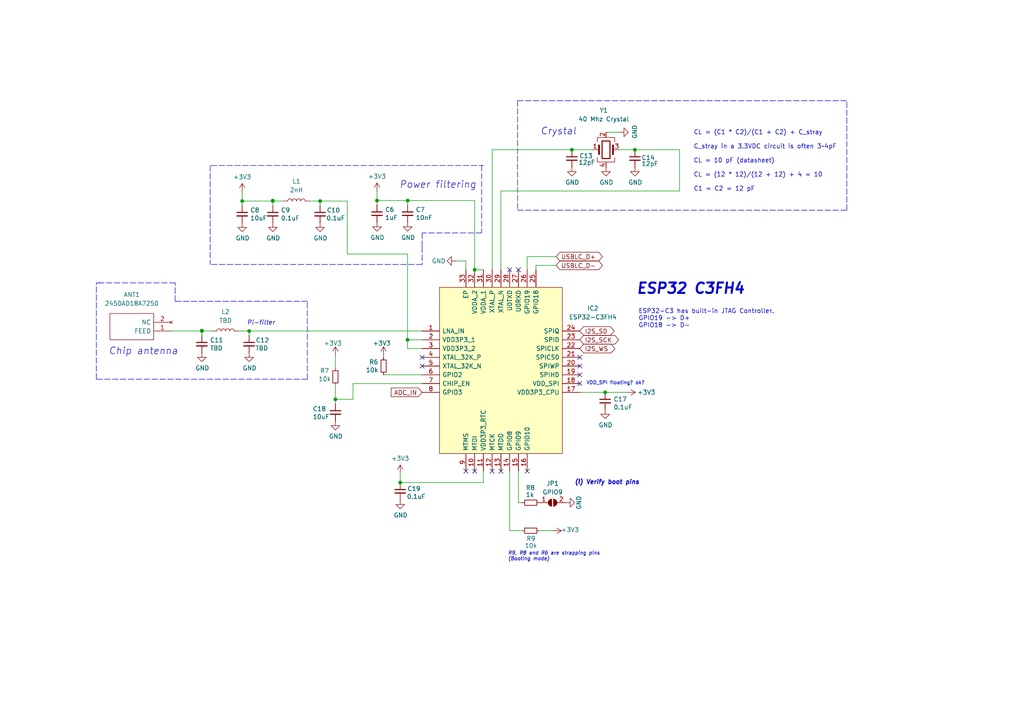
<source format=kicad_sch>
(kicad_sch (version 20211123) (generator eeschema)
  (paper "A4")
  (lib_symbols
    (symbol "2450AD18A7250:2450AD18A7250" (pin_names (offset 0.762))
      (property "Reference" "ANT" (at 19.05 7.62 0))
      (property "Value" "2450AD18A7250" (at 19.05 5.08 0))
      (symbol "2450AD18A7250_0_0"
        (pin input line (at 0 0 0) (length 5.08) (name "FEED") (number "1"))
        (pin no_connect line (at 0 -2.54 0) (length 5.08) (name "NC") (number "2"))
      )
      (symbol "2450AD18A7250_0_1"
        (polyline (pts (xy 5.08 2.54) (xy 17.78 2.54) (xy 17.78 -5.08) (xy 5.08 -5.08) (xy 5.08 2.54)) (stroke (width 0.1524)))
      )
    )
    (symbol "Device:C_Small" (pin_numbers hide) (pin_names (offset 0.254) hide)
      (property "Reference" "C" (at 0.254 1.778 0))
      (property "Value" "C_Small" (at 0.254 -2.032 0))
      (symbol "C_Small_0_1"
        (polyline (pts (xy -1.524 -0.508) (xy 1.524 -0.508)) (stroke (width 0.3302)))
        (polyline (pts (xy -1.524 0.508) (xy 1.524 0.508)) (stroke (width 0.3048)))
      )
      (symbol "C_Small_1_1"
        (pin passive line (at 0 2.54 270) (length 2.032) (name "~") (number "1"))
        (pin passive line (at 0 -2.54 90) (length 2.032) (name "~") (number "2"))
      )
    )
    (symbol "Device:Crystal_GND24" (pin_names (offset 1.016) hide)
      (property "Reference" "Y" (at 3.175 5.08 0))
      (property "Value" "Crystal_GND24" (at 3.175 3.175 0))
      (symbol "Crystal_GND24_0_1"
        (rectangle (start -1.143 2.54) (end 1.143 -2.54) (stroke (width 0.3048)))
        (polyline (pts (xy -2.54 0) (xy -2.032 0)))
        (polyline (pts (xy -2.032 -1.27) (xy -2.032 1.27)) (stroke (width 0.508)))
        (polyline (pts (xy 0 -3.81) (xy 0 -3.556)))
        (polyline (pts (xy 0 3.556) (xy 0 3.81)))
        (polyline (pts (xy 2.032 -1.27) (xy 2.032 1.27)) (stroke (width 0.508)))
        (polyline (pts (xy 2.032 0) (xy 2.54 0)))
        (polyline (pts (xy -2.54 -2.286) (xy -2.54 -3.556) (xy 2.54 -3.556) (xy 2.54 -2.286)))
        (polyline (pts (xy -2.54 2.286) (xy -2.54 3.556) (xy 2.54 3.556) (xy 2.54 2.286)))
      )
      (symbol "Crystal_GND24_1_1"
        (pin passive line (at -3.81 0 0) (length 1.27) (name "1") (number "1"))
        (pin passive line (at 0 5.08 270) (length 1.27) (name "2") (number "2"))
        (pin passive line (at 3.81 0 180) (length 1.27) (name "3") (number "3"))
        (pin passive line (at 0 -5.08 90) (length 1.27) (name "4") (number "4"))
      )
    )
    (symbol "Device:L" (pin_numbers hide) (pin_names (offset 1.016) hide)
      (property "Reference" "L" (at -1.27 0 90))
      (property "Value" "L" (at 1.905 0 90))
      (symbol "L_0_1"
        (arc (start 0 -2.54) (mid 0.635 -1.905) (end 0 -1.27))
        (arc (start 0 -1.27) (mid 0.635 -0.635) (end 0 0))
        (arc (start 0 0) (mid 0.635 0.635) (end 0 1.27))
        (arc (start 0 1.27) (mid 0.635 1.905) (end 0 2.54))
      )
      (symbol "L_1_1"
        (pin passive line (at 0 3.81 270) (length 1.27) (name "1") (number "1"))
        (pin passive line (at 0 -3.81 90) (length 1.27) (name "2") (number "2"))
      )
    )
    (symbol "Device:R_Small" (pin_numbers hide) (pin_names (offset 0.254) hide)
      (property "Reference" "R" (at 0.762 0.508 0))
      (property "Value" "R_Small" (at 0.762 -1.016 0))
      (symbol "R_Small_0_1"
        (rectangle (start -0.762 1.778) (end 0.762 -1.778) (stroke (width 0.2032)))
      )
      (symbol "R_Small_1_1"
        (pin passive line (at 0 2.54 270) (length 0.762) (name "~") (number "1"))
        (pin passive line (at 0 -2.54 90) (length 0.762) (name "~") (number "2"))
      )
    )
    (symbol "ESP32-C3FH4:ESP32-C3FH4" (pin_names (offset 0.762))
      (property "Reference" "IC2" (at 49.53 6.5788 0))
      (property "Value" "ESP32-C3FH4" (at 49.53 4.0388 0))
      (symbol "ESP32-C3FH4_0_0"
        (pin passive line (at 0 0 0) (length 5.08) (name "LNA_IN") (number "1"))
        (pin passive line (at 15.24 -40.64 90) (length 5.08) (name "MTDI") (number "10"))
        (pin passive line (at 17.78 -40.64 90) (length 5.08) (name "VDD3P3_RTC") (number "11"))
        (pin passive line (at 20.32 -40.64 90) (length 5.08) (name "MTCK") (number "12"))
        (pin passive line (at 22.86 -40.64 90) (length 5.08) (name "MTDO") (number "13"))
        (pin passive line (at 25.4 -40.64 90) (length 5.08) (name "GPIO8") (number "14"))
        (pin passive line (at 27.94 -40.64 90) (length 5.08) (name "GPIO9") (number "15"))
        (pin passive line (at 30.48 -40.64 90) (length 5.08) (name "GPIO10") (number "16"))
        (pin passive line (at 45.72 -17.78 180) (length 5.08) (name "VDD3P3_CPU") (number "17"))
        (pin passive line (at 45.72 -15.24 180) (length 5.08) (name "VDD_SPI") (number "18"))
        (pin passive line (at 45.72 -12.7 180) (length 5.08) (name "SPIHD") (number "19"))
        (pin passive line (at 0 -2.54 0) (length 5.08) (name "VDD3P3_1") (number "2"))
        (pin passive line (at 45.72 -10.16 180) (length 5.08) (name "SPIWP") (number "20"))
        (pin passive line (at 45.72 -7.62 180) (length 5.08) (name "SPICS0") (number "21"))
        (pin passive line (at 45.72 -5.08 180) (length 5.08) (name "SPICLK") (number "22"))
        (pin passive line (at 45.72 -2.54 180) (length 5.08) (name "SPID") (number "23"))
        (pin passive line (at 45.72 0 180) (length 5.08) (name "SPIQ") (number "24"))
        (pin passive line (at 33.02 17.78 270) (length 5.08) (name "GPIO18") (number "25"))
        (pin passive line (at 30.48 17.78 270) (length 5.08) (name "GPIO19") (number "26"))
        (pin passive line (at 27.94 17.78 270) (length 5.08) (name "U0RXD") (number "27"))
        (pin passive line (at 25.4 17.78 270) (length 5.08) (name "U0TXD") (number "28"))
        (pin passive line (at 22.86 17.78 270) (length 5.08) (name "XTAL_N") (number "29"))
        (pin passive line (at 0 -5.08 0) (length 5.08) (name "VDD3P3_2") (number "3"))
        (pin passive line (at 20.32 17.78 270) (length 5.08) (name "XTAL_P") (number "30"))
        (pin passive line (at 17.78 17.78 270) (length 5.08) (name "VDDA_1") (number "31"))
        (pin passive line (at 15.24 17.78 270) (length 5.08) (name "VDDA_2") (number "32"))
        (pin passive line (at 12.7 17.78 270) (length 5.08) (name "EP") (number "33"))
        (pin passive line (at 0 -7.62 0) (length 5.08) (name "XTAL_32K_P") (number "4"))
        (pin passive line (at 0 -10.16 0) (length 5.08) (name "XTAL_32K_N") (number "5"))
        (pin passive line (at 0 -12.7 0) (length 5.08) (name "GPIO2") (number "6"))
        (pin passive line (at 0 -15.24 0) (length 5.08) (name "CHIP_EN") (number "7"))
        (pin passive line (at 0 -17.78 0) (length 5.08) (name "GPIO3") (number "8"))
        (pin passive line (at 12.7 -40.64 90) (length 5.08) (name "MTMS") (number "9"))
      )
      (symbol "ESP32-C3FH4_0_1"
        (polyline (pts (xy 5.08 12.7) (xy 40.64 12.7) (xy 40.64 -35.56) (xy 5.08 -35.56) (xy 5.08 12.7)) (stroke (width 0.1524)) (fill (type background)))
      )
    )
    (symbol "Jumper:SolderJumper_2_Open" (pin_names (offset 0) hide)
      (property "Reference" "JP" (at 0 2.032 0))
      (property "Value" "SolderJumper_2_Open" (at 0 -2.54 0))
      (symbol "SolderJumper_2_Open_0_1"
        (arc (start -0.254 1.016) (mid -1.27 0) (end -0.254 -1.016))
        (arc (start -0.254 1.016) (mid -1.27 0) (end -0.254 -1.016) (fill (type outline)))
        (polyline (pts (xy -0.254 1.016) (xy -0.254 -1.016)))
        (polyline (pts (xy 0.254 1.016) (xy 0.254 -1.016)))
        (arc (start 0.254 -1.016) (mid 1.27 0) (end 0.254 1.016))
        (arc (start 0.254 -1.016) (mid 1.27 0) (end 0.254 1.016) (fill (type outline)))
      )
      (symbol "SolderJumper_2_Open_1_1"
        (pin passive line (at -3.81 0 0) (length 2.54) (name "A") (number "1"))
        (pin passive line (at 3.81 0 180) (length 2.54) (name "B") (number "2"))
      )
    )
    (symbol "power:+3V3" (power) (pin_names (offset 0))
      (property "Value" "+3V3" (at 0 3.556 0))
      (symbol "+3V3_0_1"
        (polyline (pts (xy -0.762 1.27) (xy 0 2.54)))
        (polyline (pts (xy 0 0) (xy 0 2.54)))
        (polyline (pts (xy 0 2.54) (xy 0.762 1.27)))
      )
      (symbol "+3V3_1_1"
        (pin power_in line (at 0 0 90) (length 0) hide (name "+3V3") (number "1"))
      )
    )
    (symbol "power:GND" (power) (pin_names (offset 0))
      (property "Value" "GND" (at 0 -3.81 0))
      (symbol "GND_0_1"
        (polyline (pts (xy 0 0) (xy 0 -1.27) (xy 1.27 -1.27) (xy 0 -2.54) (xy -1.27 -1.27) (xy 0 -1.27)))
      )
      (symbol "GND_1_1"
        (pin power_in line (at 0 0 270) (length 0) hide (name "GND") (number "1"))
      )
    )
  )
  (junction (at 79.1255 58.3122))
  (junction (at 58.547 95.885))
  (junction (at 58.547 96.012))
  (junction (at 97.282 115.824))
  (junction (at 116.078 139.954))
  (junction (at 175.514 113.792))
  (junction (at 137.668 78.232))
  (junction (at 109.347 58.166))
  (junction (at 118.237 58.166))
  (junction (at 72.263 96.012))
  (junction (at 92.8415 58.3122))
  (junction (at 79.1255 58.1852))
  (junction (at 118.202 98.552))
  (junction (at 184.15 43.434))
  (junction (at 70.2355 58.3122))
  (junction (at 165.862 43.434))
  (no_connect (at 122.428 106.172))
  (no_connect (at 168.148 106.172))
  (no_connect (at 150.368 78.232))
  (no_connect (at 142.748 136.652))
  (no_connect (at 147.828 78.232))
  (no_connect (at 137.668 136.652))
  (no_connect (at 145.288 136.652))
  (no_connect (at 122.428 103.632))
  (no_connect (at 168.148 108.712))
  (no_connect (at 168.148 103.632))
  (no_connect (at 168.148 111.252))
  (no_connect (at 135.128 136.652))
  (no_connect (at 152.908 136.652))
  (wire (pts (xy 70.2355 59.5822) (xy 70.2355 58.3122)))
  (wire (pts (xy 155.448 78.232) (xy 155.448 76.962)))
  (wire (pts (xy 97.282 115.824) (xy 102.385 115.824)))
  (wire (pts (xy 70.2355 55.7722) (xy 70.2355 58.3122)))
  (polyline (pts (xy 50.8 82.042) (xy 28.702 82.042)))
  (wire (pts (xy 97.282 111.8368) (xy 97.282 115.824)))
  (wire (pts (xy 118.202 101.092) (xy 122.428 101.092)))
  (wire (pts (xy 151.384 145.796) (xy 150.368 145.796)))
  (wire (pts (xy 135.128 75.692) (xy 132.207 75.692)))
  (wire (pts (xy 100.7155 73.6792) (xy 100.7155 58.3122)))
  (wire (pts (xy 118.202 98.552) (xy 122.428 98.552)))
  (wire (pts (xy 118.202 73.6792) (xy 118.202 98.552)))
  (wire (pts (xy 72.263 96.012) (xy 72.263 97.282)))
  (wire (pts (xy 79.1255 58.3122) (xy 79.1255 58.1852)))
  (wire (pts (xy 155.448 76.962) (xy 161.29 76.962)))
  (wire (pts (xy 102.385 115.824) (xy 102.385 111.252)))
  (wire (pts (xy 145.288 78.232) (xy 145.288 55.4015)))
  (wire (pts (xy 140.208 136.652) (xy 140.208 139.954)))
  (wire (pts (xy 89.7935 58.3122) (xy 92.8415 58.3122)))
  (wire (pts (xy 168.148 113.792) (xy 175.514 113.792)))
  (polyline (pts (xy 27.94 109.982) (xy 27.94 82.042)))
  (wire (pts (xy 69.215 96.012) (xy 72.263 96.012)))
  (wire (pts (xy 197.104 55.4015) (xy 197.104 43.434)))
  (wire (pts (xy 152.908 74.422) (xy 152.908 78.232)))
  (polyline (pts (xy 122.428 76.708) (xy 60.96 76.708)))
  (wire (pts (xy 184.15 43.434) (xy 197.104 43.434)))
  (polyline (pts (xy 122.428 67.564) (xy 122.428 71.882)))
  (polyline (pts (xy 245.618 60.96) (xy 245.618 29.21)))
  (wire (pts (xy 100.7155 58.3122) (xy 92.8415 58.3122)))
  (wire (pts (xy 111.252 108.712) (xy 122.428 108.712)))
  (wire (pts (xy 58.547 96.012) (xy 58.547 95.885)))
  (wire (pts (xy 116.078 139.954) (xy 140.208 139.954)))
  (wire (pts (xy 97.282 103.124) (xy 97.282 106.7568)))
  (wire (pts (xy 161.29 74.422) (xy 152.908 74.422)))
  (polyline (pts (xy 150.114 29.21) (xy 245.618 29.21)))
  (polyline (pts (xy 61.214 48.006) (xy 140.208 48.006)))
  (wire (pts (xy 150.368 145.796) (xy 150.368 136.652)))
  (wire (pts (xy 160.274 153.924) (xy 156.464 153.924)))
  (wire (pts (xy 175.768 38.354) (xy 179.705 38.354)))
  (wire (pts (xy 79.1255 59.5822) (xy 79.1255 58.3122)))
  (wire (pts (xy 147.828 153.924) (xy 151.384 153.924)))
  (polyline (pts (xy 50.8 87.376) (xy 50.8 82.042)))
  (wire (pts (xy 92.8415 58.3122) (xy 92.8415 59.5822)))
  (wire (pts (xy 135.128 78.232) (xy 135.128 75.692)))
  (wire (pts (xy 175.514 113.792) (xy 181.737 113.792)))
  (wire (pts (xy 72.263 96.012) (xy 122.428 96.012)))
  (wire (pts (xy 100.7155 73.6792) (xy 118.202 73.6792)))
  (polyline (pts (xy 89.154 87.376) (xy 50.8 87.376)))
  (wire (pts (xy 82.1735 58.3122) (xy 79.1255 58.3122)))
  (wire (pts (xy 118.202 98.552) (xy 118.202 101.092)))
  (wire (pts (xy 147.828 136.652) (xy 147.828 153.924)))
  (wire (pts (xy 165.862 43.434) (xy 171.958 43.434)))
  (wire (pts (xy 70.2355 58.3122) (xy 79.1255 58.3122)))
  (wire (pts (xy 61.595 96.012) (xy 58.547 96.012)))
  (polyline (pts (xy 139.7 48.006) (xy 139.7 67.564)))
  (polyline (pts (xy 150.114 29.21) (xy 150.114 60.96)))
  (wire (pts (xy 109.347 59.436) (xy 109.347 58.166)))
  (wire (pts (xy 97.282 115.824) (xy 97.282 117.094)))
  (wire (pts (xy 109.347 58.166) (xy 118.237 58.166)))
  (wire (pts (xy 137.668 78.232) (xy 137.668 58.166)))
  (polyline (pts (xy 122.428 71.628) (xy 122.428 76.708)))
  (wire (pts (xy 49.657 96.012) (xy 58.547 96.012)))
  (wire (pts (xy 102.385 111.252) (xy 122.428 111.252)))
  (wire (pts (xy 109.347 55.626) (xy 109.347 58.166)))
  (wire (pts (xy 179.578 43.434) (xy 184.15 43.434)))
  (wire (pts (xy 118.237 58.166) (xy 137.668 58.166)))
  (polyline (pts (xy 89.154 109.982) (xy 89.154 87.376)))
  (wire (pts (xy 142.748 43.434) (xy 142.748 78.232)))
  (wire (pts (xy 137.668 78.232) (xy 140.208 78.232)))
  (wire (pts (xy 116.078 137.414) (xy 116.078 139.954)))
  (polyline (pts (xy 150.114 60.96) (xy 245.618 60.96)))
  (wire (pts (xy 145.288 55.4015) (xy 197.104 55.4015)))
  (wire (pts (xy 142.748 43.434) (xy 165.862 43.434)))
  (wire (pts (xy 111.252 103.124) (xy 111.252 103.632)))
  (polyline (pts (xy 27.94 82.042) (xy 29.21 82.042)))
  (polyline (pts (xy 139.7 67.564) (xy 122.428 67.564)))
  (polyline (pts (xy 60.96 48.006) (xy 60.96 76.708)))
  (polyline (pts (xy 89.154 109.982) (xy 27.94 109.982)))
  (wire (pts (xy 58.547 97.282) (xy 58.547 96.012)))
  (wire (pts (xy 118.237 58.166) (xy 118.237 59.436)))
  (text "CL = (C1 * C2)/(C1 + C2) + C_stray\n\nC_stray in a 3.3VDC circuit is often 3~4pF\n\nCL = 10 pF (datasheet)\n\nCL = (12 * 12)/(12 + 12) + 4 = 10\n\nC1 = C2 = 12 pF" (at 201.168 55.626 0) (effects (font (size 1.27 1.27)) (justify left bottom)))
  (text "ESP32-C3 has built-in JTAG Controller.\nGPIO19 -> D+\nGPIO18 -> D-\n\n	" (at 185.166 99.314 0) (effects (font (size 1.27 1.27)) (justify left bottom)))
  (text "Crystal\n" (at 156.718 39.37 0) (effects (font (size 2 2) italic) (justify left bottom)))
  (text "(!) Verify boot pins\n" (at 166.624 140.716 0) (effects (font (size 1.27 1.27) (thickness 0.254) bold italic) (justify left bottom)))
  (text "ESP32 C3FH4\n" (at 184.404 85.598 0) (effects (font (size 3 3) bold italic) (justify left bottom)))
  (text "Pi-filter" (at 71.628 94.488 0) (effects (font (size 1.27 1.27) italic) (justify left bottom)))
  (text "Power filtering" (at 115.824 54.864 0) (effects (font (size 2 2) italic) (justify left bottom)))
  (text "Chip antenna" (at 31.496 103.124 0) (effects (font (size 2 2) italic) (justify left bottom)))
  (text "VDD_SPI floating? ok?" (at 170.053 111.76 0) (effects (font (size 1 1)) (justify left bottom)))
  (text "R9, R8 and R6 are strapping pins \n(Booting mode)\n" (at 147.32 162.814 0) (effects (font (size 1.016 1.016) italic) (justify left bottom)))
  (global_label "USBLC_D-" (shape bidirectional) (at 161.29 76.962 0) (property "Intersheet References" "${INTERSHEET_REFS}" (effects hide)))
  (global_label "I2S_WS" (shape bidirectional) (at 168.148 101.092 0) (property "Intersheet References" "${INTERSHEET_REFS}" (effects hide)))
  (global_label "I2S_SCK" (shape bidirectional) (at 168.148 98.552 0) (property "Intersheet References" "${INTERSHEET_REFS}" (effects hide)))
  (global_label "I2S_SD" (shape bidirectional) (at 168.148 96.012 0) (property "Intersheet References" "${INTERSHEET_REFS}" (effects hide)))
  (global_label "USBLC_D+" (shape bidirectional) (at 161.29 74.422 0) (property "Intersheet References" "${INTERSHEET_REFS}" (effects hide)))
  (global_label "ADC_IN" (shape input) (at 122.428 113.792 180) (property "Intersheet References" "${INTERSHEET_REFS}" (effects hide)))
  (symbol (lib_id "power:GND") (at 116.078 145.034 0) (unit 1)
    (property "Reference" "#PWR047" (effects hide))
    (property "Value" "GND" (at 116.205 149.4282 0))
  )
  (symbol (lib_id "power:GND") (at 165.862 48.514 0) (unit 1)
    (property "Reference" "#PWR038" (effects hide))
    (property "Value" "GND" (at 165.989 52.9082 0))
  )
  (symbol (lib_id "Device:R_Small") (at 153.924 153.924 90) (mirror x) (unit 1)
    (property "Reference" "R9" (at 152.654 156.21 90) (effects (justify right)))
    (property "Value" "10k" (at 152.146 158.242 90) (effects (justify right)))
    (property "Footprint" "Resistor_SMD:R_0402_1005Metric" (effects hide))
  )
  (symbol (lib_id "power:+3V3") (at 181.737 113.792 270) (unit 1)
    (property "Reference" "#PWR041" (effects hide))
    (property "Value" "+3V3" (at 187.452 113.792 90))
  )
  (symbol (lib_id "power:GND") (at 132.207 75.692 270) (unit 1)
    (property "Reference" "#PWR026" (effects hide))
    (property "Value" "GND" (at 127.254 75.692 90))
  )
  (symbol (lib_id "Device:C_Small") (at 72.263 99.822 0) (unit 1)
    (property "Reference" "C12" (at 74.168 98.679 0) (effects (justify left)))
    (property "Value" "TBD" (at 74.041 100.965 0) (effects (justify left)))
    (property "Footprint" "Capacitor_SMD:C_0402_1005Metric" (effects hide))
  )
  (symbol (lib_id "power:GND") (at 109.347 64.516 0) (unit 1)
    (property "Reference" "#PWR024" (effects hide))
    (property "Value" "GND" (at 109.474 68.9102 0))
  )
  (symbol (lib_id "Device:C_Small") (at 175.514 116.332 0) (unit 1)
    (property "Reference" "C17" (at 177.927 115.7986 0) (effects (justify left)))
    (property "Value" "0.1uF" (at 177.927 118.11 0) (effects (justify left)))
    (property "Footprint" "Capacitor_SMD:C_0402_1005Metric" (effects hide))
  )
  (symbol (lib_id "Device:C_Small") (at 79.1255 62.1222 0) (unit 1)
    (property "Reference" "C9" (at 81.4623 60.9538 0) (effects (justify left)))
    (property "Value" "0.1uF" (at 81.4623 63.2652 0) (effects (justify left)))
    (property "Footprint" "Capacitor_SMD:C_0402_1005Metric" (effects hide))
  )
  (symbol (lib_id "power:GND") (at 179.705 38.354 90) (unit 1)
    (property "Reference" "#PWR032" (effects hide))
    (property "Value" "GND" (at 184.0992 38.227 0))
  )
  (symbol (lib_id "power:GND") (at 164.084 145.796 90) (unit 1)
    (property "Reference" "#PWR048" (effects hide))
    (property "Value" "GND" (at 167.894 145.796 0))
  )
  (symbol (lib_id "power:GND") (at 70.2355 64.6622 0) (unit 1)
    (property "Reference" "#PWR028" (effects hide))
    (property "Value" "GND" (at 70.3625 69.0564 0))
  )
  (symbol (lib_id "power:+3V3") (at 97.282 103.124 0) (unit 1)
    (property "Reference" "#PWR035" (effects hide))
    (property "Value" "+3V3" (at 96.52 99.568 0))
  )
  (symbol (lib_id "Device:C_Small") (at 70.2355 62.1222 0) (unit 1)
    (property "Reference" "C8" (at 72.5723 60.9538 0) (effects (justify left)))
    (property "Value" "10uF" (at 72.5723 63.2652 0) (effects (justify left)))
    (property "Footprint" "Capacitor_SMD:C_0402_1005Metric" (effects hide))
  )
  (symbol (lib_id "Device:C_Small") (at 109.347 61.976 0) (unit 1)
    (property "Reference" "C6" (at 111.6838 60.8076 0) (effects (justify left)))
    (property "Value" "1uF" (at 111.6838 63.119 0) (effects (justify left)))
    (property "Footprint" "Capacitor_SMD:C_0402_1005Metric" (effects hide))
  )
  (symbol (lib_id "Device:R_Small") (at 111.252 106.172 0) (mirror x) (unit 1)
    (property "Reference" "R6" (at 109.7534 105.0036 0) (effects (justify right)))
    (property "Value" "10k" (at 109.7534 107.315 0) (effects (justify right)))
    (property "Footprint" "Resistor_SMD:R_0402_1005Metric" (effects hide))
  )
  (symbol (lib_id "Jumper:SolderJumper_2_Open") (at 160.274 145.796 0) (unit 1)
    (property "Reference" "JP1" (at 160.274 140.208 0))
    (property "Value" "GPIO9" (at 160.274 142.748 0))
    (property "Footprint" "Resistor_SMD:R_0402_1005Metric" (effects hide))
  )
  (symbol (lib_id "Device:C_Small") (at 118.237 61.976 0) (unit 1)
    (property "Reference" "C7" (at 120.5738 60.8076 0) (effects (justify left)))
    (property "Value" "10nF" (at 120.5738 63.119 0) (effects (justify left)))
    (property "Footprint" "Capacitor_SMD:C_0402_1005Metric" (effects hide))
  )
  (symbol (lib_id "power:+3V3") (at 111.252 103.124 0) (unit 1)
    (property "Reference" "#PWR036" (effects hide))
    (property "Value" "+3V3" (at 110.744 99.568 0))
  )
  (symbol (lib_id "power:GND") (at 72.263 102.362 0) (unit 1)
    (property "Reference" "#PWR034" (effects hide))
    (property "Value" "GND" (at 72.39 106.7562 0))
  )
  (symbol (lib_id "power:+3V3") (at 70.2355 55.7722 0) (unit 1)
    (property "Reference" "#PWR027" (effects hide))
    (property "Value" "+3V3" (at 70.2355 51.3272 0))
  )
  (symbol (lib_id "2450AD18A7250:2450AD18A7250") (at 49.657 96.012 180) (unit 1)
    (property "Reference" "ANT1" (at 38.227 85.471 0))
    (property "Value" "2450AD18A7250" (at 38.227 88.011 0))
    (property "Footprint" "2450AD18A:ANTC3216X60N" (effects hide))
    (property "Datasheet" "https://www.mouser.co.id/datasheet/2/611/2450AD18A7250-1877414.pdf" (effects hide))
    (property "Description" "Antennas BT/WiFi Single Feed UWB Mini Antenna" (effects hide))
    (property "Height" "0.6" (effects hide))
    (property "Manufacturer_Name" "JOHANSON TECHNOLOGY" (effects hide))
    (property "Manufacturer_Part_Number" "2450AD18A7250" (effects hide))
    (property "Mouser Part Number" "609-2450AD18A7250" (effects hide))
    (property "Mouser Price/Stock" "https://www.mouser.co.uk/ProductDetail/Johanson-Technology/2450AD18A7250?qs=sPbYRqrBIVnhRQI2UIyKKA%3D%3D" (effects hide))
  )
  (symbol (lib_id "power:GND") (at 175.768 48.514 0) (unit 1)
    (property "Reference" "#PWR039" (effects hide))
    (property "Value" "GND" (at 175.895 52.9082 0))
  )
  (symbol (lib_id "Device:C_Small") (at 97.282 119.634 0) (unit 1)
    (property "Reference" "C18" (at 90.678 118.5926 0) (effects (justify left)))
    (property "Value" "10uF" (at 90.678 120.904 0) (effects (justify left)))
    (property "Footprint" "Capacitor_SMD:C_0402_1005Metric" (effects hide))
  )
  (symbol (lib_id "Device:C_Small") (at 116.078 142.494 0) (unit 1)
    (property "Reference" "C19" (at 118.11 141.732 0) (effects (justify left)))
    (property "Value" "0.1uF" (at 117.983 144.018 0) (effects (justify left)))
    (property "Footprint" "Capacitor_SMD:C_0402_1005Metric" (effects hide))
  )
  (symbol (lib_id "Device:C_Small") (at 184.15 45.974 0) (unit 1)
    (property "Reference" "C14" (at 186.055 45.72 0) (effects (justify left)))
    (property "Value" "12pF" (at 186.055 47.498 0) (effects (justify left)))
    (property "Footprint" "Capacitor_SMD:C_0402_1005Metric" (effects hide))
  )
  (symbol (lib_id "power:GND") (at 118.237 64.516 0) (unit 1)
    (property "Reference" "#PWR025" (effects hide))
    (property "Value" "GND" (at 118.364 68.9102 0))
  )
  (symbol (lib_id "Device:R_Small") (at 97.282 109.2968 0) (mirror x) (unit 1)
    (property "Reference" "R7" (at 95.504 107.5188 0) (effects (justify right)))
    (property "Value" "10k" (at 96.012 109.9318 0) (effects (justify right)))
    (property "Footprint" "Resistor_SMD:R_0402_1005Metric" (effects hide))
  )
  (symbol (lib_id "Device:L") (at 65.405 96.012 90) (unit 1)
    (property "Reference" "L2" (at 65.405 90.424 90))
    (property "Value" "TBD" (at 65.405 92.964 90))
    (property "Footprint" "Inductor_SMD:L_0402_1005Metric" (effects hide))
  )
  (symbol (lib_id "power:+3V3") (at 160.274 153.924 270) (unit 1)
    (property "Reference" "#PWR049" (effects hide))
    (property "Value" "+3V3" (at 165.354 153.67 90))
  )
  (symbol (lib_id "Device:C_Small") (at 58.547 99.822 0) (unit 1)
    (property "Reference" "C11" (at 60.8838 98.6536 0) (effects (justify left)))
    (property "Value" "TBD" (at 60.8838 100.965 0) (effects (justify left)))
    (property "Footprint" "Capacitor_SMD:C_0402_1005Metric" (effects hide))
  )
  (symbol (lib_id "Device:R_Small") (at 153.924 145.796 90) (unit 1)
    (property "Reference" "R8" (at 155.194 141.478 90) (effects (justify left)))
    (property "Value" "1k" (at 154.94 143.51 90) (effects (justify left)))
    (property "Footprint" "Resistor_SMD:R_0402_1005Metric" (effects hide))
  )
  (symbol (lib_id "power:GND") (at 58.547 102.362 0) (unit 1)
    (property "Reference" "#PWR033" (effects hide))
    (property "Value" "GND" (at 58.674 106.7562 0))
  )
  (symbol (lib_id "Device:C_Small") (at 165.862 45.974 0) (unit 1)
    (property "Reference" "C13" (at 168.021 45.212 0) (effects (justify left)))
    (property "Value" "12pF" (at 167.767 47.117 0) (effects (justify left)))
    (property "Footprint" "Capacitor_SMD:C_0402_1005Metric" (effects hide))
  )
  (symbol (lib_id "power:GND") (at 79.1255 64.6622 0) (unit 1)
    (property "Reference" "#PWR029" (effects hide))
    (property "Value" "GND" (at 79.2525 69.0564 0))
  )
  (symbol (lib_id "ESP32-C3FH4:ESP32-C3FH4") (at 122.428 96.012 0) (unit 1)
    (property "Reference" "IC2" (at 171.958 89.4332 0))
    (property "Value" "ESP32-C3FH4" (at 171.958 91.9732 0))
    (property "Footprint" "ESP32-C3FH4:QFN50P500X500X90-33N-D" (effects hide))
    (property "Datasheet" "https://www.espressif.com/sites/default/files/documentation/esp32-c3_datasheet_en.pdf" (effects hide))
    (property "Description" "RF System on a Chip - SoC SMD IC ESP32-C3FH4, single-core MCU, 2.4G Wi-Fi & BLE 5.0 combo, QFN 32-pin, 5*5 mm, 4 MB flash inside, -40C +105C" (effects hide))
    (property "Height" "0.9" (effects hide))
    (property "Manufacturer_Name" "Espressif Systems" (effects hide))
    (property "Manufacturer_Part_Number" "ESP32-C3FH4" (effects hide))
    (property "Mouser Part Number" "356-ESP32-C3FH4" (effects hide))
    (property "Mouser Price/Stock" "https://www.mouser.co.uk/ProductDetail/Espressif-Systems/ESP32-C3FH4?qs=iLbezkQI%252BsgL5PSvEueYlQ%3D%3D" (effects hide))
  )
  (symbol (lib_id "power:GND") (at 97.282 122.174 0) (unit 1)
    (property "Reference" "#PWR045" (effects hide))
    (property "Value" "GND" (at 97.409 126.5682 0))
  )
  (symbol (lib_id "Device:C_Small") (at 92.8415 62.1222 0) (unit 1)
    (property "Reference" "C10" (at 94.7465 60.9792 0) (effects (justify left)))
    (property "Value" "0.1uF" (at 94.6195 63.2652 0) (effects (justify left)))
    (property "Footprint" "Capacitor_SMD:C_0402_1005Metric" (effects hide))
  )
  (symbol (lib_id "power:GND") (at 92.8415 64.6622 0) (unit 1)
    (property "Reference" "#PWR030" (effects hide))
    (property "Value" "GND" (at 92.9685 69.0564 0))
  )
  (symbol (lib_id "power:GND") (at 184.15 48.514 0) (unit 1)
    (property "Reference" "#PWR040" (effects hide))
    (property "Value" "GND" (at 184.277 52.9082 0))
  )
  (symbol (lib_id "Device:L") (at 85.9835 58.3122 90) (unit 1)
    (property "Reference" "L1" (at 85.9835 52.5972 90))
    (property "Value" "2nH" (at 85.9835 55.1372 90))
    (property "Footprint" "Inductor_SMD:L_0603_1608Metric" (effects hide))
  )
  (symbol (lib_id "power:+3V3") (at 116.078 137.414 0) (unit 1)
    (property "Reference" "#PWR046" (effects hide))
    (property "Value" "+3V3" (at 116.078 132.969 0))
  )
  (symbol (lib_id "Device:Crystal_GND24") (at 175.768 43.434 0) (unit 1)
    (property "Reference" "Y1" (at 175.133 32.004 0))
    (property "Value" "40 Mhz Crystal" (at 175.133 34.544 0))
    (property "Footprint" "ECS-400-10-37B:ECS4001037B2CKMTR" (effects hide))
  )
  (symbol (lib_id "power:GND") (at 175.514 118.872 0) (unit 1)
    (property "Reference" "#PWR044" (effects hide))
    (property "Value" "GND" (at 175.641 123.2662 0))
  )
  (symbol (lib_id "power:+3V3") (at 109.347 55.626 0) (unit 1)
    (property "Reference" "#PWR019" (effects hide))
    (property "Value" "+3V3" (at 109.347 51.181 0))
  )
)
</source>
